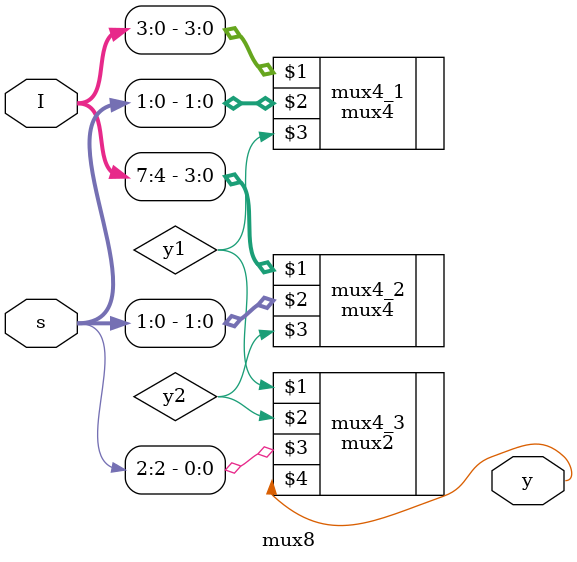
<source format=sv>
module mux8(

input logic [7:0] I,  //8 input + 3 select line
input logic [2:0] s,
output logic y
);
logic y1,y2;

mux4 mux4_1(I[3:0],s[1:0],y1);
mux4 mux4_2(I[7:4],s[1:0],y2);
mux2 mux4_3(y1,y2,s[2],y); //4x1 mux is also can be used
endmodule
</source>
